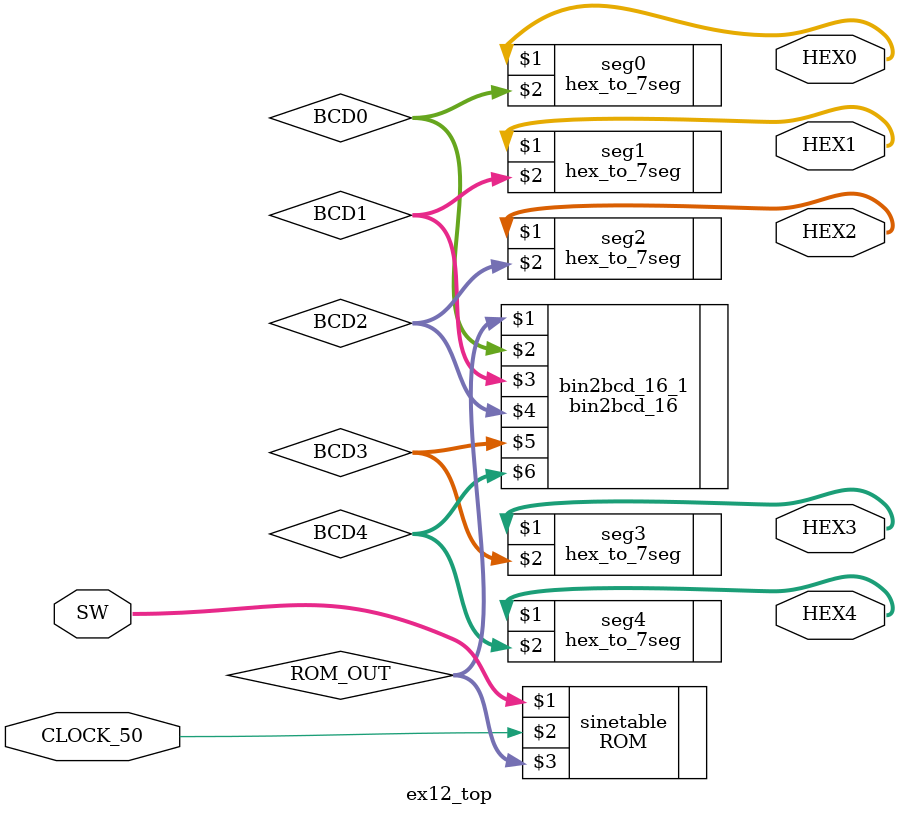
<source format=v>
module ex12_top(SW, CLOCK_50, HEX0, HEX1, HEX2, HEX3, HEX4);

input [9:0] SW;
input CLOCK_50;
output [6:0] HEX0;
output [6:0] HEX1;
output [6:0] HEX2;
output [6:0] HEX3;
output [6:0] HEX4;

wire [9:0] ROM_OUT;

wire [3:0] BCD0;
wire [3:0] BCD1;
wire [3:0] BCD2;
wire [3:0] BCD3;
wire [3:0] BCD4;

ROM sinetable (SW, CLOCK_50, ROM_OUT);

bin2bcd_16 bin2bcd_16_1(ROM_OUT, BCD0, BCD1, BCD2, BCD3, BCD4);

hex_to_7seg seg0 (HEX0, BCD0);
hex_to_7seg seg1 (HEX1, BCD1);
hex_to_7seg seg2 (HEX2, BCD2);
hex_to_7seg seg3 (HEX3, BCD3);
hex_to_7seg seg4 (HEX4, BCD4);


endmodule
</source>
